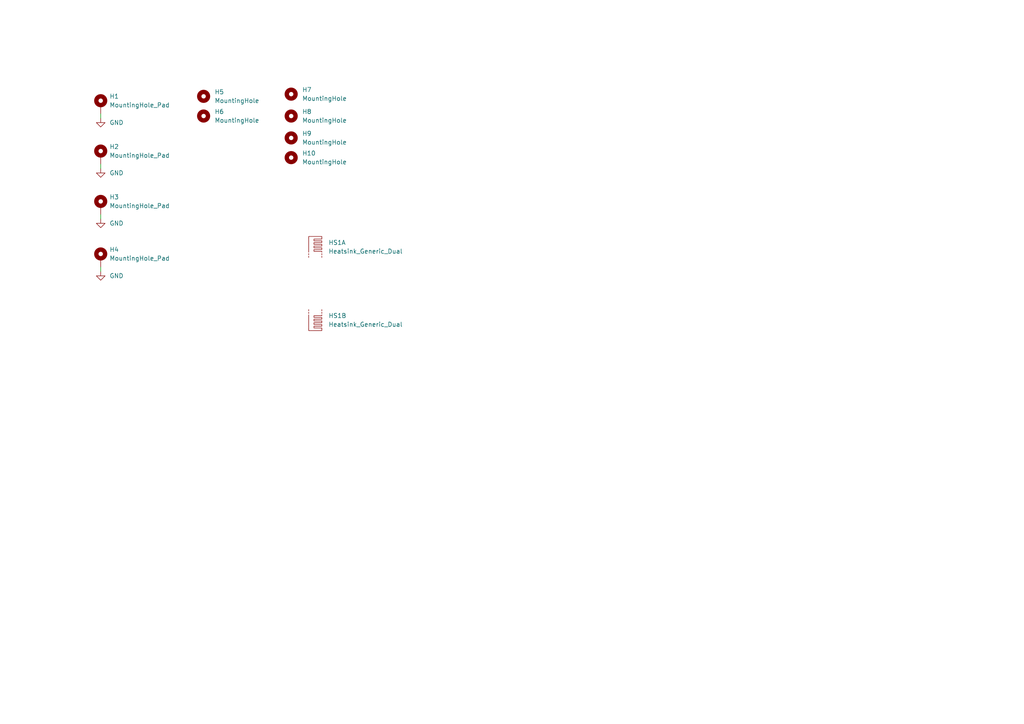
<source format=kicad_sch>
(kicad_sch (version 20250114) (generator "eeschema") (generator_version "9.0")
  (paper "A4")
  (title_block (title "rusEfi Proteus") (date "2022-04-09") (rev "v0.7") (company "rusEFI") (comment 1 "github.com/mck1117/proteus") (comment 2 "rusefi.com/s/proteus"))
  (lib_symbols
    (symbol "Heatsink_AKL:Heatsink_Generic_Dual"
      (property "Reference" "HS" (at 0 7.62 0))
      (property "Value" "Heatsink_Generic_Dual" (at 0 5.08 0))
      (symbol "Heatsink_Generic_Dual_0_1"
        (polyline (pts (xy 0 2.032) (xy 0 -2.032)) (stroke (width 0.1524)))
        (polyline (pts (xy 3.81 0.254) (xy 1.524 0.254) (xy 1.524 0.762) (xy 3.81 0.762) (xy 3.81 1.27) (xy 1.524 1.27) (xy 1.524 1.778) (xy 3.81 1.778) (xy 3.81 1.8796) (xy 3.81 1.9304) (xy 3.81 2.032)) (stroke (width 0.1524)))
        (polyline (pts (xy 3.81 0.254) (xy 3.81 -0.254) (xy 1.524 -0.254) (xy 1.524 -0.762) (xy 3.81 -0.762) (xy 3.81 -1.27) (xy 1.524 -1.27) (xy 1.524 -1.778) (xy 3.81 -1.778) (xy 3.81 -1.905) (xy 3.81 -2.032)) (stroke (width 0.1524)))
      )
      (symbol "Heatsink_Generic_Dual_1_1"
        (polyline (pts (xy 0 -2.413) (xy 0 -2.794)) (stroke (width 0.1524)))
        (polyline (pts (xy 0 -3.175) (xy 0 -3.556)) (stroke (width 0.1524)))
        (polyline (pts (xy 3.81 2.032) (xy 3.81 2.54) (xy 0 2.54) (xy 0 2.032)) (stroke (width 0.1524)))
        (polyline (pts (xy 3.81 -2.413) (xy 3.81 -2.794)) (stroke (width 0.1524)))
        (polyline (pts (xy 3.81 -3.175) (xy 3.81 -3.556)) (stroke (width 0.1524)))
      )
      (symbol "Heatsink_Generic_Dual_2_1"
        (polyline (pts (xy 0 3.556) (xy 0 3.175)) (stroke (width 0.1524)))
        (polyline (pts (xy 0 2.794) (xy 0 2.413)) (stroke (width 0.1524)))
        (polyline (pts (xy 3.81 3.556) (xy 3.81 3.175)) (stroke (width 0.1524)))
        (polyline (pts (xy 3.81 2.794) (xy 3.81 2.413)) (stroke (width 0.1524)))
        (polyline (pts (xy 3.81 -2.032) (xy 3.81 -2.54) (xy 0 -2.54) (xy 0 -2.032)) (stroke (width 0.1524)))
      )
    )
    (symbol "Mechanical:MountingHole" (pin_names (offset 1.016)) (in_bom no)
      (property "Reference" "H" (at 0 5.08 0))
      (property "Value" "MountingHole" (at 0 3.175 0))
      (symbol "MountingHole_0_1"
        (circle (center 0 0) (radius 1.27) (stroke (width 1.27)))
      )
    )
    (symbol "Mechanical:MountingHole_Pad" (pin_numbers (hide yes)) (pin_names (offset 1.016) (hide yes)) (in_bom no)
      (property "Reference" "H" (at 0 6.35 0))
      (property "Value" "MountingHole_Pad" (at 0 4.445 0))
      (symbol "MountingHole_Pad_0_1"
        (circle (center 0 1.27) (radius 1.27) (stroke (width 1.27)))
      )
      (symbol "MountingHole_Pad_1_1"
        (pin input line (at 0 -2.54 90) (length 2.54) (name "1") (number "1"))
      )
    )
    (symbol "power:GND" (power) (pin_numbers (hide yes)) (pin_names (offset 0) (hide yes))
      (property "Value" "GND" (at 0 -3.81 0))
      (symbol "GND_0_1"
        (polyline (pts (xy 0 0) (xy 0 -1.27) (xy 1.27 -1.27) (xy 0 -2.54) (xy -1.27 -1.27) (xy 0 -1.27)))
      )
      (symbol "GND_1_1"
        (pin power_in line (at 0 0 270) (length 0) (name "~") (number "1"))
      )
    )
  )
  (wire (pts (xy 29.21 47.625) (xy 29.21 48.895)))
  (wire (pts (xy 29.21 33.02) (xy 29.21 34.29)))
  (wire (pts (xy 29.21 77.47) (xy 29.21 78.74)))
  (wire (pts (xy 29.21 62.23) (xy 29.21 63.5)))
  (symbol (lib_id "Heatsink_AKL:Heatsink_Generic_Dual") (at 89.535 93.345 0) (unit 2)
    (property "Reference" "HS1" (at 95.25 91.5669 0) (effects (justify left)))
    (property "Value" "Heatsink_Generic_Dual" (at 95.25 94.1069 0) (effects (justify left)))
    (property "Footprint" "Heatsink:Heatsink_Dual_70x31mm" (effects (hide yes)))
    (property "Description" "Heatsink, dual generic symbol, Alternate KiCad Library" (effects (hide yes)))
  )
  (symbol (lib_id "power:GND") (at 29.21 34.29 0) (unit 1)
    (property "Reference" "#PWR0321" (effects (hide yes)))
    (property "Value" "GND" (at 31.75 35.5599 0) (effects (justify left)))
    (property "Description" "Power symbol creates a global label with name \"GND\" , ground" (effects (hide yes)))
  )
  (symbol (lib_id "Mechanical:MountingHole") (at 84.455 33.655 0) (unit 1) (in_bom no)
    (property "Reference" "H8" (at 87.63 32.3849 0) (effects (justify left)))
    (property "Value" "MountingHole" (at 87.63 34.9249 0) (effects (justify left)))
    (property "Footprint" "MountingHole:MountingHole_3mm" (effects (hide yes)))
    (property "Description" "Mounting Hole without connection" (effects (hide yes)))
  )
  (symbol (lib_id "power:GND") (at 29.21 63.5 0) (unit 1)
    (property "Reference" "#PWR0323" (effects (hide yes)))
    (property "Value" "GND" (at 31.75 64.7699 0) (effects (justify left)))
    (property "Description" "Power symbol creates a global label with name \"GND\" , ground" (effects (hide yes)))
  )
  (symbol (lib_id "Mechanical:MountingHole") (at 84.455 45.72 0) (unit 1) (in_bom no)
    (property "Reference" "H10" (at 87.63 44.4499 0) (effects (justify left)))
    (property "Value" "MountingHole" (at 87.63 46.9899 0) (effects (justify left)))
    (property "Footprint" "MountingHole:MountingHole_3mm" (effects (hide yes)))
    (property "Description" "Mounting Hole without connection" (effects (hide yes)))
  )
  (symbol (lib_id "power:GND") (at 29.21 78.74 0) (unit 1)
    (property "Reference" "#PWR0324" (effects (hide yes)))
    (property "Value" "GND" (at 31.75 80.0099 0) (effects (justify left)))
    (property "Description" "Power symbol creates a global label with name \"GND\" , ground" (effects (hide yes)))
  )
  (symbol (lib_id "power:GND") (at 29.21 48.895 0) (unit 1)
    (property "Reference" "#PWR0322" (effects (hide yes)))
    (property "Value" "GND" (at 31.75 50.1649 0) (effects (justify left)))
    (property "Description" "Power symbol creates a global label with name \"GND\" , ground" (effects (hide yes)))
  )
  (symbol (lib_id "Mechanical:MountingHole") (at 59.055 27.94 0) (unit 1) (in_bom no)
    (property "Reference" "H5" (at 62.23 26.6699 0) (effects (justify left)))
    (property "Value" "MountingHole" (at 62.23 29.2099 0) (effects (justify left)))
    (property "Footprint" "MountingHole:MountingHole_4mm" (effects (hide yes)))
    (property "Description" "Mounting Hole without connection" (effects (hide yes)))
  )
  (symbol (lib_id "Mechanical:MountingHole") (at 84.455 27.305 0) (unit 1) (in_bom no)
    (property "Reference" "H7" (at 87.63 26.0349 0) (effects (justify left)))
    (property "Value" "MountingHole" (at 87.63 28.5749 0) (effects (justify left)))
    (property "Footprint" "MountingHole:MountingHole_3mm" (effects (hide yes)))
    (property "Description" "Mounting Hole without connection" (effects (hide yes)))
  )
  (symbol (lib_id "Heatsink_AKL:Heatsink_Generic_Dual") (at 89.535 71.12 0) (unit 1)
    (property "Reference" "HS1" (at 95.25 70.3579 0) (effects (justify left)))
    (property "Value" "Heatsink_Generic_Dual" (at 95.25 72.8979 0) (effects (justify left)))
    (property "Footprint" "Heatsink:Heatsink_Dual_70x31mm" (effects (hide yes)))
    (property "Description" "Heatsink, dual generic symbol, Alternate KiCad Library" (effects (hide yes)))
  )
  (symbol (lib_id "Mechanical:MountingHole_Pad") (at 29.21 59.69 0) (unit 1) (in_bom no)
    (property "Reference" "H3" (at 31.75 57.1499 0) (effects (justify left)))
    (property "Value" "MountingHole_Pad" (at 31.75 59.6899 0) (effects (justify left)))
    (property "Footprint" "MountingHole:MountingHole_3mm_Pad" (effects (hide yes)))
    (property "Description" "Mounting Hole with connection" (effects (hide yes)))
  )
  (symbol (lib_id "Mechanical:MountingHole_Pad") (at 29.21 45.085 0) (unit 1) (in_bom no)
    (property "Reference" "H2" (at 31.75 42.5449 0) (effects (justify left)))
    (property "Value" "MountingHole_Pad" (at 31.75 45.0849 0) (effects (justify left)))
    (property "Footprint" "MountingHole:MountingHole_3mm_Pad" (effects (hide yes)))
    (property "Description" "Mounting Hole with connection" (effects (hide yes)))
  )
  (symbol (lib_id "Mechanical:MountingHole") (at 59.055 33.655 0) (unit 1) (in_bom no)
    (property "Reference" "H6" (at 62.23 32.3849 0) (effects (justify left)))
    (property "Value" "MountingHole" (at 62.23 34.9249 0) (effects (justify left)))
    (property "Footprint" "MountingHole:MountingHole_4mm" (effects (hide yes)))
    (property "Description" "Mounting Hole without connection" (effects (hide yes)))
  )
  (symbol (lib_id "Mechanical:MountingHole_Pad") (at 29.21 30.48 0) (unit 1) (in_bom no)
    (property "Reference" "H1" (at 31.75 27.9399 0) (effects (justify left)))
    (property "Value" "MountingHole_Pad" (at 31.75 30.4799 0) (effects (justify left)))
    (property "Footprint" "MountingHole:MountingHole_3mm_Pad" (effects (hide yes)))
    (property "Description" "Mounting Hole with connection" (effects (hide yes)))
  )
  (symbol (lib_id "Mechanical:MountingHole") (at 84.455 40.005 0) (unit 1) (in_bom no)
    (property "Reference" "H9" (at 87.63 38.7349 0) (effects (justify left)))
    (property "Value" "MountingHole" (at 87.63 41.2749 0) (effects (justify left)))
    (property "Footprint" "MountingHole:MountingHole_3mm" (effects (hide yes)))
    (property "Description" "Mounting Hole without connection" (effects (hide yes)))
  )
  (symbol (lib_id "Mechanical:MountingHole_Pad") (at 29.21 74.93 0) (unit 1) (in_bom no)
    (property "Reference" "H4" (at 31.75 72.3899 0) (effects (justify left)))
    (property "Value" "MountingHole_Pad" (at 31.75 74.9299 0) (effects (justify left)))
    (property "Footprint" "MountingHole:MountingHole_3mm_Pad" (effects (hide yes)))
    (property "Description" "Mounting Hole with connection" (effects (hide yes)))
  )
)
</source>
